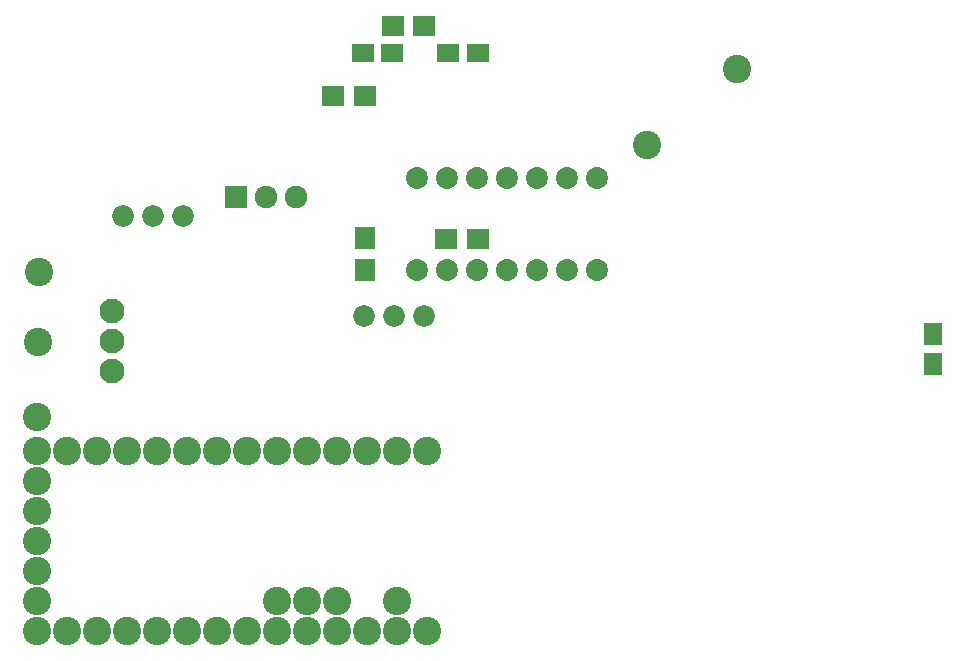
<source format=gbr>
G04 #@! TF.FileFunction,Soldermask,Bot*
%FSLAX46Y46*%
G04 Gerber Fmt 4.6, Leading zero omitted, Abs format (unit mm)*
G04 Created by KiCad (PCBNEW 4.0.7) date 02/09/18 11:12:53*
%MOMM*%
%LPD*%
G01*
G04 APERTURE LIST*
%ADD10C,0.100000*%
%ADD11C,1.840000*%
%ADD12C,2.400000*%
%ADD13C,2.100000*%
%ADD14R,1.650000X1.900000*%
%ADD15R,1.900000X1.650000*%
%ADD16R,1.700000X1.900000*%
%ADD17R,1.900000X1.700000*%
%ADD18C,1.920000*%
%ADD19R,1.920000X1.920000*%
%ADD20C,1.860000*%
G04 APERTURE END LIST*
D10*
D11*
X65405000Y-57079000D03*
X67945000Y-57079000D03*
X70485000Y-57079000D03*
D12*
X37747000Y-65659000D03*
X37800000Y-59250000D03*
D13*
X44058000Y-59210000D03*
X44058000Y-61750000D03*
X44058000Y-56670000D03*
D14*
X113576000Y-58597000D03*
X113576000Y-61097000D03*
D15*
X65298000Y-34788000D03*
X67798000Y-34788000D03*
D11*
X50094000Y-48621000D03*
X47554000Y-48621000D03*
X45014000Y-48621000D03*
D16*
X65451000Y-50486000D03*
X65451000Y-53186000D03*
D17*
X62749000Y-38420000D03*
X65449000Y-38420000D03*
X70519000Y-32512000D03*
X67819000Y-32512000D03*
X72330000Y-50516000D03*
X75030000Y-50516000D03*
D12*
X37859000Y-53365000D03*
X89330000Y-42590000D03*
X97008000Y-36190000D03*
D18*
X57132000Y-47001000D03*
X59672000Y-47001000D03*
D19*
X54592000Y-47001000D03*
D20*
X69898000Y-45396000D03*
X72438000Y-45396000D03*
X74978000Y-45396000D03*
X77518000Y-45396000D03*
X80058000Y-45396000D03*
X82598000Y-45396000D03*
X85138000Y-45396000D03*
X69898000Y-53156000D03*
X72438000Y-53156000D03*
X74978000Y-53156000D03*
X77518000Y-53156000D03*
X80058000Y-53156000D03*
X82598000Y-53156000D03*
X85138000Y-53156000D03*
D12*
X70752000Y-68504000D03*
X68212000Y-68504000D03*
X65672000Y-68504000D03*
X63132000Y-68504000D03*
X60592000Y-68504000D03*
X58052000Y-68504000D03*
X55512000Y-68504000D03*
X52972000Y-68504000D03*
X50432000Y-68504000D03*
X47892000Y-68504000D03*
X45352000Y-68504000D03*
X42812000Y-68504000D03*
X40272000Y-68504000D03*
X37732000Y-68504000D03*
X37732000Y-71044000D03*
X37732000Y-73584000D03*
X37732000Y-76124000D03*
X37732000Y-78664000D03*
X37732000Y-81204000D03*
X37732000Y-83744000D03*
X40272000Y-83744000D03*
X42812000Y-83744000D03*
X45352000Y-83744000D03*
X47892000Y-83744000D03*
X50432000Y-83744000D03*
X52972000Y-83744000D03*
X55512000Y-83744000D03*
X58052000Y-83744000D03*
X60592000Y-83744000D03*
X63132000Y-83744000D03*
X65672000Y-83744000D03*
X68212000Y-83744000D03*
X70752000Y-83744000D03*
X68212000Y-81204000D03*
X63132000Y-81204000D03*
X60592000Y-81204000D03*
X58052000Y-81204000D03*
D15*
X72527000Y-34801000D03*
X75027000Y-34801000D03*
M02*

</source>
